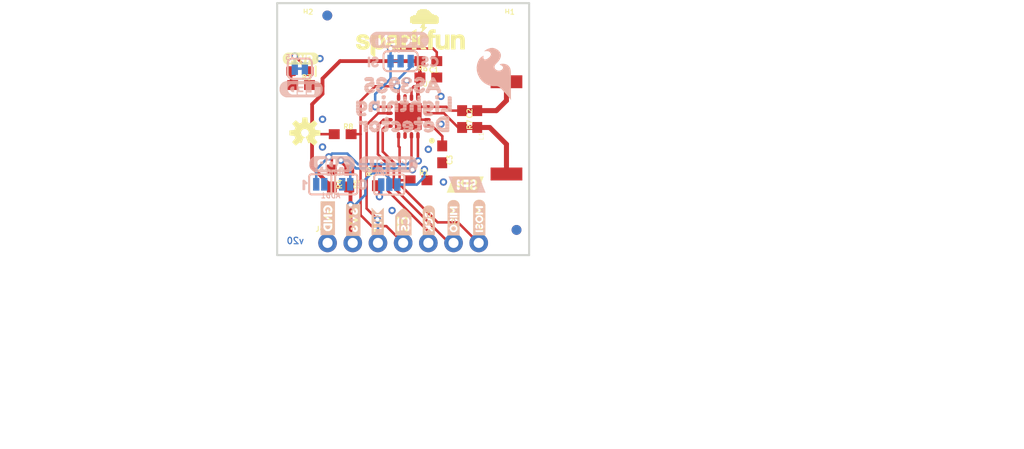
<source format=kicad_pcb>
(kicad_pcb (version 20211014) (generator pcbnew)
  (layers (0 "F.Cu" signal) (31 "B.Cu" signal) (34 "B.Paste" user) (35 "F.Paste" user) (36 "B.SilkS" user "B.Silkscreen") (37 "F.SilkS" user "F.Silkscreen") (38 "B.Mask" user) (39 "F.Mask" user) (44 "Edge.Cuts" user))
  (net 0 "")
  (net 1 "GND")
  (net 2 "3.3V")
  (net 3 "MOSI/SDA")
  (net 4 "ADD0")
  (net 5 "ADD1")
  (net 6 "SEL_INTER")
  (net 7 "MISO")
  (net 8 "SCLK/SCL")
  (net 9 "~{CS}")
  (net 10 "N$2")
  (net 11 "INP")
  (net 12 "INT")
  (net 13 "N$3")
  (net 14 "N$4")
  (net 15 "N$1")
  (net 16 "N$5")
  (footprint "boardEagle:#CS0" (layer "F.Cu") (at 148.5265 112.7506 -90)
    (fp_text reference "U$30" hide)
    (fp_text value "" hide)
  )
  (footprint "boardEagle:0603" (layer "F.Cu") (at 151.0411 98.1456 180)
    (fp_text reference "R6" (at 0 -0.762) (layer "F.SilkS") (effects (font (size 0.512064 0.512064) (thickness 0.097536)) (justify right)))
    (fp_text value "10k")
    (pad "1" smd rect (at -0.85 0 180) (size 1.1 1) (layers "F.Cu" "F.Paste" "F.Mask") (net 6 "SEL_INTER"))
    (pad "2" smd rect (at 0.85 0 180) (size 1.1 1) (layers "F.Cu" "F.Paste" "F.Mask") (net 2 "3.3V"))
  )
  (footprint "boardEagle:OSHW-LOGO-S" (layer "F.Cu") (at 138.5951 105.3846)
    (fp_text reference "LOGO1" hide)
    (fp_text value "OSHW-LOGOS" hide)
  )
  (footprint "boardEagle:0603" (layer "F.Cu") (at 152.4381 107.5436 -90)
    (fp_text reference "C3" (at 0 -0.762 90) (layer "F.SilkS") (effects (font (size 0.512064 0.512064) (thickness 0.097536)) (justify right)))
    (fp_text value "10uF")
    (pad "1" smd rect (at -0.85 0 270) (size 1.1 1) (layers "F.Cu" "F.Paste" "F.Mask") (net 10 "N$2"))
    (pad "2" smd rect (at 0.85 0 270) (size 1.1 1) (layers "F.Cu" "F.Paste" "F.Mask") (net 1 "GND"))
  )
  (footprint "boardEagle:0603" (layer "F.Cu") (at 141.3129 109.982 -90)
    (fp_text reference "R4" (at 0 -0.762 90) (layer "F.SilkS") (effects (font (size 0.512064 0.512064) (thickness 0.097536)) (justify right)))
    (fp_text value "10k")
    (pad "1" smd rect (at -0.85 0 270) (size 1.1 1) (layers "F.Cu" "F.Paste" "F.Mask") (net 5 "ADD1"))
    (pad "2" smd rect (at 0.85 0 270) (size 1.1 1) (layers "F.Cu" "F.Paste" "F.Mask") (net 2 "3.3V"))
  )
  (footprint "boardEagle:MISO-(]-03" (layer "F.Cu") (at 153.5811 112.0648 -90)
    (fp_text reference "U$12" hide)
    (fp_text value "" hide)
  )
  (footprint "boardEagle:CREATIVE_COMMONS" (layer "F.Cu") (at 128.1811 136.7536)
    (fp_text reference "FRAME1" hide)
    (fp_text value "FRAME-LETTER" hide)
  )
  (footprint "boardEagle:0603" (layer "F.Cu") (at 143.0655 109.982 -90)
    (fp_text reference "R5" (at 0 -0.762 90) (layer "F.SilkS") (effects (font (size 0.512064 0.512064) (thickness 0.097536)) (justify right)))
    (fp_text value "10k")
    (pad "1" smd rect (at -0.85 0 270) (size 1.1 1) (layers "F.Cu" "F.Paste" "F.Mask") (net 4 "ADD0"))
    (pad "2" smd rect (at 0.85 0 270) (size 1.1 1) (layers "F.Cu" "F.Paste" "F.Mask") (net 2 "3.3V"))
  )
  (footprint "boardEagle:STAND-OFF-TIGHT" (layer "F.Cu") (at 138.3411 94.8436)
    (fp_text reference "H2" (at 0 -1.651) (layer "F.SilkS") (effects (font (size 0.512064 0.512064) (thickness 0.097536)) (justify left)))
    (fp_text value "STAND-OFFTIGHT")
    (pad "" np_thru_hole circle (at 0 0) (size 3.048 3.048) (drill 3.048) (layers *.Cu *.Mask))
  )
  (footprint "boardEagle:SFE_LOGO_NAME_.1" (layer "F.Cu") (at 149.2631 96.3676)
    (fp_text reference "LOGO2" hide)
    (fp_text value "SFE_LOGO_NAME.1_INCH" hide)
  )
  (footprint "boardEagle:1X07_NO_SILK" (layer "F.Cu") (at 140.8811 116.474241)
    (fp_text reference "J4" (at -1.27 -1.397) (layer "F.SilkS") (effects (font (size 0.512064 0.512064) (thickness 0.097536)) (justify left)))
    (fp_text value "")
    (pad "1" thru_hole circle (at 0 0 90) (size 1.8796 1.8796) (drill 1.016) (layers *.Cu *.Mask) (net 1 "GND"))
    (pad "2" thru_hole circle (at 2.54 0 90) (size 1.8796 1.8796) (drill 1.016) (layers *.Cu *.Mask) (net 2 "3.3V"))
    (pad "3" thru_hole circle (at 5.08 0 90) (size 1.8796 1.8796) (drill 1.016) (layers *.Cu *.Mask) (net 12 "INT"))
    (pad "4" thru_hole circle (at 7.62 0 90) (size 1.8796 1.8796) (drill 1.016) (layers *.Cu *.Mask) (net 9 "~{CS}"))
    (pad "5" thru_hole circle (at 10.16 0 90) (size 1.8796 1.8796) (drill 1.016) (layers *.Cu *.Mask) (net 8 "SCLK/SCL"))
    (pad "6" thru_hole circle (at 12.7 0 90) (size 1.8796 1.8796) (drill 1.016) (layers *.Cu *.Mask) (net 7 "MISO"))
    (pad "7" thru_hole circle (at 15.24 0 90) (size 1.8796 1.8796) (drill 1.016) (layers *.Cu *.Mask) (net 3 "MOSI/SDA"))
  )
  (footprint "boardEagle:FIDUCIAL-1X2" (layer "F.Cu") (at 140.8557 93.5482)
    (fp_text reference "FD4" hide)
    (fp_text value "FIDUCIAL1X2" hide)
    (pad "1" smd roundrect (at 0 0) (size 1 1) (layers "F.Cu" "F.Mask") (roundrect_rratio 0.5))
  )
  (footprint "boardEagle:MA5532-AE" (layer "F.Cu") (at 158.9151 104.8766 90)
    (fp_text reference "L1" (at -1.27 -2.54 90) (layer "F.SilkS") (effects (font (size 0.470611 0.470611) (thickness 0.037389)) (justify left)))
    (fp_text value "100uH")
    (pad "1" smd rect (at -4.65 0 270) (size 1.3 3.2004) (layers "F.Cu" "F.Paste" "F.Mask") (net 11 "INP"))
    (pad "2" smd rect (at 4.65 0 270) (size 1.3 3.2004) (layers "F.Cu" "F.Paste" "F.Mask") (net 1 "GND"))
  )
  (footprint "boardEagle:INT0" (layer "F.Cu") (at 145.9357 112.8522 -90)
    (fp_text reference "U$13" hide)
    (fp_text value "" hide)
  )
  (footprint "boardEagle:0603" (layer "F.Cu") (at 142.4051 105.5116)
    (fp_text reference "R8" (at 0 -0.762) (layer "F.SilkS") (effects (font (size 0.512064 0.512064) (thickness 0.097536)) (justify left)))
    (fp_text value "10k")
    (pad "1" smd rect (at -0.85 0) (size 1.1 1) (layers "F.Cu" "F.Paste" "F.Mask") (net 2 "3.3V"))
    (pad "2" smd rect (at 0.85 0) (size 1.1 1) (layers "F.Cu" "F.Paste" "F.Mask") (net 9 "~{CS}"))
  )
  (footprint "boardEagle:GND-03" (layer "F.Cu") (at 140.9065 111.8616 -90)
    (fp_text reference "U$10" hide)
    (fp_text value "" hide)
  )
  (footprint "boardEagle:SCK-(]-03" (layer "F.Cu") (at 151.0919 112.649 -90)
    (fp_text reference "U$23" hide)
    (fp_text value "" hide)
  )
  (footprint "boardEagle:##0" (layer "F.Cu") (at 146.5961 93.9546)
    (fp_text reference "U$40" hide)
    (fp_text value "" hide)
  )
  (footprint "boardEagle:3V3-03" (layer "F.Cu") (at 143.4719 112.1156 -90)
    (fp_text reference "U$18" hide)
    (fp_text value "" hide)
  )
  (footprint "boardEagle:0603" (layer "F.Cu") (at 154.4447 103.9876 -90)
    (fp_text reference "R7" (at 0 -0.762 90) (layer "F.SilkS") (effects (font (size 0.512064 0.512064) (thickness 0.097536)) (justify right)))
    (fp_text value "10k")
    (pad "1" smd rect (at -0.85 0 270) (size 1.1 1) (layers "F.Cu" "F.Paste" "F.Mask") (net 1 "GND"))
    (pad "2" smd rect (at 0.85 0 270) (size 1.1 1) (layers "F.Cu" "F.Paste" "F.Mask") (net 11 "INP"))
  )
  (footprint "boardEagle:STAND-OFF-TIGHT" (layer "F.Cu") (at 158.6611 94.8436)
    (fp_text reference "H1" (at 0 -1.651) (layer "F.SilkS") (effects (font (size 0.512064 0.512064) (thickness 0.097536)) (justify left)))
    (fp_text value "STAND-OFFTIGHT")
    (pad "" np_thru_hole circle (at 0 0) (size 3.048 3.048) (drill 3.048) (layers *.Cu *.Mask))
  )
  (footprint "boardEagle:SPI1" (layer "F.Cu") (at 152.8191 110.5916)
    (fp_text reference "U$3" hide)
    (fp_text value "" hide)
  )
  (footprint "boardEagle:0603" (layer "F.Cu") (at 145.8595 109.855 90)
    (fp_text reference "R2" (at 0 -0.762 90) (layer "F.SilkS") (effects (font (size 0.512064 0.512064) (thickness 0.097536)) (justify left)))
    (fp_text value "10k")
    (pad "1" smd rect (at -0.85 0 90) (size 1.1 1) (layers "F.Cu" "F.Paste" "F.Mask") (net 14 "N$4"))
    (pad "2" smd rect (at 0.85 0 90) (size 1.1 1) (layers "F.Cu" "F.Paste" "F.Mask") (net 8 "SCLK/SCL"))
  )
  (footprint "boardEagle:LED-0603" (layer "F.Cu") (at 138.0871 99.1616)
    (fp_text reference "D1" hide)
    (fp_text value "RED")
    (pad "A" smd roundrect (at -0.877 0 270) (size 1 1) (layers "F.Cu" "F.Paste" "F.Mask") (roundrect_rratio 0.15) (net 15 "N$1"))
    (pad "C" smd roundrect (at 0.877 0 270) (size 1 1) (layers "F.Cu" "F.Paste" "F.Mask") (roundrect_rratio 0.15) (net 16 "N$5"))
  )
  (footprint "boardEagle:MOSI-(]-03" (layer "F.Cu") (at 156.1719 112.0394 -90)
    (fp_text reference "U$22" hide)
    (fp_text value "" hide)
  )
  (footprint "boardEagle:PWR-()-03" (layer "F.Cu") (at 136.3091 97.8916)
    (fp_text reference "U$32" hide)
    (fp_text value "" hide)
  )
  (footprint "boardEagle:FIDUCIAL-1X2" (layer "F.Cu") (at 159.9311 115.1636)
    (fp_text reference "FD3" hide)
    (fp_text value "FIDUCIAL1X2" hide)
    (pad "1" smd roundrect (at 0 0) (size 1 1) (layers "F.Cu" "F.Mask") (roundrect_rratio 0.5))
  )
  (footprint "boardEagle:0603" (layer "F.Cu") (at 151.0411 99.7966)
    (fp_text reference "C1" (at 0 -0.762) (layer "F.SilkS") (effects (font (size 0.512064 0.512064) (thickness 0.097536)) (justify left)))
    (fp_text value "1.0uF")
    (pad "1" smd rect (at -0.85 0) (size 1.1 1) (layers "F.Cu" "F.Paste" "F.Mask") (net 2 "3.3V"))
    (pad "2" smd rect (at 0.85 0) (size 1.1 1) (layers "F.Cu" "F.Paste" "F.Mask") (net 1 "GND"))
  )
  (footprint "boardEagle:0603" (layer "F.Cu") (at 150.0505 110.1598)
    (fp_text reference "R1" (at 0 -0.762) (layer "F.SilkS") (effects (font (size 0.512064 0.512064) (thickness 0.097536)) (justify left)))
    (fp_text value "10k")
    (pad "1" smd rect (at -0.85 0) (size 1.1 1) (layers "F.Cu" "F.Paste" "F.Mask") (net 3 "MOSI/SDA"))
    (pad "2" smd rect (at 0.85 0) (size 1.1 1) (layers "F.Cu" "F.Paste" "F.Mask") (net 13 "N$3"))
  )
  (footprint "boardEagle:16LD_MLPQ" (layer "F.Cu") (at 149.0091 103.7336 180)
    (fp_text reference "U1" (at -2.54 3.302) (layer "F.SilkS") (effects (font (size 0.531876 0.531876) (thickness 0.077724)) (justify right)))
    (fp_text value "AS3935")
    (pad "1" smd roundrect (at -1.9186 -0.9684 90) (size 0.35 0.7) (layers "F.Cu") (roundrect_rratio 0.5) (net 10 "N$2"))
    (pad "2" smd roundrect (at -1.9186 -0.3184 90) (size 0.35 0.7) (layers "F.Cu") (roundrect_rratio 0.5) (net 1 "GND"))
    (pad "3" smd roundrect (at -1.9186 0.3316 90) (size 0.35 0.7) (layers "F.Cu") (roundrect_rratio 0.5) (net 11 "INP"))
    (pad "4" smd roundrect (at -1.9186 0.9816 90) (size 0.35 0.7) (layers "F.Cu") (roundrect_rratio 0.5) (net 1 "GND"))
    (pad "5" smd roundrect (at -0.9816 1.9166 180) (size 0.35 0.7) (layers "F.Cu") (roundrect_rratio 0.5) (net 2 "3.3V"))
    (pad "6" smd roundrect (at -0.3316 1.9166 180) (size 0.35 0.7) (layers "F.Cu") (roundrect_rratio 0.5) (net 2 "3.3V"))
    (pad "7" smd roundrect (at 0.3184 1.9166 180) (size 0.35 0.7) (layers "F.Cu") (roundrect_rratio 0.5) (net 1 "GND"))
    (pad "8" smd roundrect (at 0.9684 1.9166 180) (size 0.35 0.7) (layers "F.Cu") (roundrect_rratio 0.5) (net 9 "~{CS}"))
    (pad "9" smd roundrect (at 1.9084 0.9816 270) (size 0.35 0.7) (layers "F.Cu") (roundrect_rratio 0.5) (net 6 "SEL_INTER"))
    (pad "10" smd roundrect (at 1.9084 0.3316 270) (size 0.35 0.7) (layers "F.Cu") (roundrect_rratio 0.5) (net 12 "INT"))
    (pad "11" smd roundrect (at 1.9084 -0.3184 270) (size 0.35 0.7) (layers "F.Cu") (roundrect_rratio 0.5) (net 8 "SCLK/SCL"))
    (pad "12" smd roundrect (at 1.9084 -0.9684 270) (size 0.35 0.7) (layers "F.Cu") (roundrect_rratio 0.5) (net 7 "MISO"))
    (pad "13" smd roundrect (at 0.9684 -1.9074) (size 0.35 0.7) (layers "F.Cu") (roundrect_rratio 0.5) (net 3 "MOSI/SDA"))
    (pad "14" smd roundrect (at 0.3184 -1.9074) (size 0.35 0.7) (layers "F.Cu") (roundrect_rratio 0.5))
    (pad "15" smd roundrect (at -0.3316 -1.9074) (size 0.35 0.7) (layers "F.Cu") (roundrect_rratio 0.5) (net 4 "ADD0"))
    (pad "16" smd roundrect (at -0.9816 -1.9074) (size 0.35 0.7) (layers "F.Cu") (roundrect_rratio 0.5) (net 5 "ADD1"))
    (pad "17" smd rect (at -0.0066 0.0066 180) (size 2.7 2.7) (layers "F.Cu" "F.Mask") (net 1 "GND"))
  )
  (footprint "boardEagle:0603" (layer "F.Cu") (at 138.2141 100.5586)
    (fp_text reference "R3" (at 0 -0.762) (layer "F.SilkS") (effects (font (size 0.512064 0.512064) (thickness 0.097536)) (justify left)))
    (fp_text value "1k")
    (pad "1" smd rect (at -0.85 0) (size 1.1 1) (layers "F.Cu" "F.Paste" "F.Mask") (net 15 "N$1"))
    (pad "2" smd rect (at 0.85 0) (size 1.1 1) (layers "F.Cu" "F.Paste" "F.Mask") (net 2 "3.3V"))
  )
  (footprint "boardEagle:0603" (layer "F.Cu") (at 155.9687 103.9876 90)
    (fp_text reference "C2" (at 0 -0.762 90) (layer "F.SilkS") (effects (font (size 0.512064 0.512064) (thickness 0.097536)) (justify left)))
    (fp_text value "1nF")
    (pad "1" smd rect (at -0.85 0 90) (size 1.1 1) (layers "F.Cu" "F.Paste" "F.Mask") (net 11 "INP"))
    (pad "2" smd rect (at 0.85 0 90) (size 1.1 1) (layers "F.Cu" "F.Paste" "F.Mask") (net 1 "GND"))
  )
  (footprint "boardEagle:10" (layer "B.Cu") (at 139.7889 110.617 180)
    (fp_text reference "U$36" hide)
    (fp_text value "" hide)
  )
  (footprint "boardEagle:LED0" (layer "B.Cu") (at 140.51534 100.97516 180)
    (fp_text reference "U$1" hide)
    (fp_text value "" hide)
  )
  (footprint "boardEagle:DETECTOR0" (layer "B.Cu") (at 154.5971 104.4956 180)
    (fp_text reference "U$39" hide)
    (fp_text value "" hide)
  )
  (footprint "boardEagle:SPI1" (layer "B.Cu") (at 156.8831 110.5916 180)
    (fp_text reference "U$15" hide)
    (fp_text value "" hide)
  )
  (footprint "boardEagle:I#C_EN0" (layer "B.Cu") (at 151.1681 96.012 180)
    (fp_text reference "U$17" hide)
    (fp_text value "" hide)
  )
  (footprint "boardEagle:I#C_PU0" (layer "B.Cu") (at 150.0505 108.5596 180)
    (fp_text reference "U$34" hide)
    (fp_text value "" hide)
  )
  (footprint "boardEagle:MOSI-(]-03" (layer "B.Cu") (at 156.1719 112.0394 -90)
    (fp_text reference "U$11" hide)
    (fp_text value "" hide)
  )
  (footprint "boardEagle:SI1" (layer "B.Cu") (at 146.9771 98.2218 180)
    (fp_text reference "U$19" hide)
    (fp_text value "" hide)
  )
  (footprint "boardEagle:INT0" (layer "B.Cu") (at 145.9357 112.8522 -90)
    (fp_text reference "U$14" hide)
    (fp_text value "" hide)
  )
  (footprint "boardEagle:AS39350" (layer "B.Cu") (at 153.7081 100.5586 180)
    (fp_text reference "U$6" hide)
    (fp_text value "" hide)
  )
  (footprint "boardEagle:3V3-03" (layer "B.Cu") (at 143.4719 112.1156 -90)
    (fp_text reference "U$4" hide)
    (fp_text value "" hide)
  )
  (footprint "boardEagle:CS0" (layer "B.Cu") (at 153.0223 98.1964 180)
    (fp_text reference "U$16" hide)
    (fp_text value "" hide)
  )
  (footprint "boardEagle:SMT-JUMPER_3_NO_SILK" (layer "B.Cu") (at 147.1041 110.5916 180)
    (fp_text reference "JP4" (at 0 1.143) (layer "B.SilkS") (effects (font (size 0.512064 0.512064) (thickness 0.097536)) (justify left mirror)))
    (fp_text value "JUMPER-SMT_3_NO_SILK")
    (pad "1" smd rect (at -0.8128 0 180) (size 0.635 1.27) (layers "B.Cu" "B.Mask") (net 13 "N$3"))
    (pad "2" smd rect (at 0 0 180) (size 0.635 1.27) (layers "B.Cu" "B.Mask") (net 2 "3.3V"))
    (pad "3" smd rect (at 0.8128 0 180) (size 0.635 1.27) (layers "B.Cu" "B.Mask") (net 14 "N$4"))
  )
  (footprint "boardEagle:ADR-()-04" (layer "B.Cu") (at 143.7513 108.5342 180)
    (fp_text reference "U$33" hide)
    (fp_text value "" hide)
  )
  (footprint "boardEagle:SMT-JUMPER_3_1-NC_TRACE_SILK" (layer "B.Cu") (at 148.2471 98.1456 180)
    (fp_text reference "JP1" (at 0 1.143) (layer "B.SilkS") (effects (font (size 0.512064 0.512064) (thickness 0.097536)) (justify left mirror)))
    (fp_text value "I2C_EN")
    (fp_poly (pts (xy 0.3048 -0.127) (xy 0.7112 -0.127) (xy 0.7112 0.127) (xy 0.3048 0.127)) (layer "B.Cu") (width 0) (fill solid))
    (pad "1" smd rect (at -1.016 0 180) (size 0.635 1.27) (layers "B.Cu" "B.Mask") (net 9 "~{CS}"))
    (pad "2" smd rect (at 0 0 180) (size 0.635 1.27) (layers "B.Cu" "B.Mask") (net 1 "GND"))
    (pad "3" smd rect (at 1.016 0 180) (size 0.635 1.27) (layers "B.Cu" "B.Mask") (net 6 "SEL_INTER"))
  )
  (footprint "boardEagle:SMT-JUMPER_2_NO_SILK" (layer "B.Cu") (at 140.1445 110.5662)
    (fp_text reference "ADD1" (at 0 1.143) (layer "B.SilkS") (effects (font (size 0.512064 0.512064) (thickness 0.097536)) (justify right mirror)))
    (fp_text value "JUMPER-SMT_2_NO_SILK")
    (pad "1" smd rect (at -0.4064 0) (size 0.635 1.27) (layers "B.Cu" "B.Mask") (net 5 "ADD1"))
    (pad "2" smd rect (at 0.4064 0) (size 0.635 1.27) (layers "B.Cu" "B.Mask") (net 1 "GND"))
  )
  (footprint "boardEagle:00" (layer "B.Cu") (at 145.7833 110.5662 180)
    (fp_text reference "U$37" hide)
    (fp_text value "" hide)
  )
  (footprint "boardEagle:MISO-(]-03" (layer "B.Cu") (at 153.5811 112.0648 -90)
    (fp_text reference "U$9" hide)
    (fp_text value "" hide)
  )
  (footprint "boardEagle:#CS0" (layer "B.Cu") (at 148.5265 112.7506 -90)
    (fp_text reference "U$5" hide)
    (fp_text value "" hide)
  )
  (footprint "boardEagle:LIGHTNING0" (layer "B.Cu") (at 154.8511 102.4636 180)
    (fp_text reference "U$7" hide)
    (fp_text value "" hide)
  )
  (footprint "boardEagle:GND-03" (layer "B.Cu") (at 140.9065 111.8616 -90)
    (fp_text reference "U$2" hide)
    (fp_text value "" hide)
  )
  (footprint "boardEagle:SMT-JUMPER_2_NO_SILK" (layer "B.Cu") (at 142.7607 110.5662 180)
    (fp_text reference "ADD0" (at 0 1.143) (layer "B.SilkS") (effects (font (size 0.512064 0.512064) (thickness 0.097536)) (justify left mirror)))
    (fp_text value "JUMPER-SMT_2_NO_SILK")
    (pad "1" smd rect (at -0.4064 0 180) (size 0.635 1.27) (layers "B.Cu" "B.Mask") (net 4 "ADD0"))
    (pad "2" smd rect (at 0.4064 0 180) (size 0.635 1.27) (layers "B.Cu" "B.Mask") (net 1 "GND"))
  )
  (footprint "boardEagle:SCK-(]-03" (layer "B.Cu") (at 151.0919 112.649 -90)
    (fp_text reference "U$8" hide)
    (fp_text value "" hide)
  )
  (footprint "boardEagle:FIDUCIAL-1X2" (layer "B.Cu") (at 159.9311 115.1636 180)
    (fp_text reference "FD2" hide)
    (fp_text value "FIDUCIAL1X2" hide)
    (pad "1" smd roundrect (at 0 0 180) (size 1 1) (layers "B.Cu" "B.Mask") (roundrect_rratio 0.5))
  )
  (footprint "boardEagle:SMT-JUMPER_2_NC_TRACE_SILK" (layer "B.Cu") (at 138.0871 98.9076 180)
    (fp_text reference "JP5" (at 0 1.143) (layer "B.SilkS") (effects (font (size 0.512064 0.512064) (thickness 0.097536)) (justify left mirror)))
    (fp_text value "LED")
    (fp_poly (pts (xy -0.2032 -0.127) (xy 0.2032 -0.127) (xy 0.2032 0.127) (xy -0.2032 0.127)) (layer "B.Cu") (width 0) (fill solid))
    (pad "1" smd rect (at -0.508 0 180) (size 0.635 1.27) (layers "B.Cu" "B.Mask") (net 1 "GND"))
    (pad "2" smd rect (at 0.508 0 180) (size 0.635 1.27) (layers "B.Cu" "B.Mask") (net 16 "N$5"))
  )
  (footprint "boardEagle:SFE_LOGO_FLAME_.2" (layer "B.Cu") (at 157.6451 99.4156 180)
    (fp_text reference "LOGO3" hide)
    (fp_text value "SFE_LOGO_FLAME.2_INCH" hide)
  )
  (footprint "boardEagle:FIDUCIAL-1X2" (layer "B.Cu") (at 140.853159 93.5482 180)
    (fp_text reference "FD1" hide)
    (fp_text value "FIDUCIAL1X2" hide)
    (pad "1" smd roundrect (at 0 0 180) (size 1 1) (layers "B.Cu" "B.Mask") (roundrect_rratio 0.5))
  )
  (gr_line (start 161.2011 92.3036) (end 135.8011 92.3036) (layer "Edge.Cuts") (width 0.2032))
  (gr_line (start 135.8011 92.3036) (end 135.8011 117.7036) (layer "Edge.Cuts") (width 0.2032))
  (gr_line (start 135.8011 117.7036) (end 161.2011 117.7036) (layer "Edge.Cuts") (width 0.2032))
  (gr_line (start 161.2011 117.7036) (end 161.2011 92.3036) (layer "Edge.Cuts") (width 0.2032))
  (gr_text "v20" (at 138.5697 116.6368) (layer "B.Cu") (effects (font (size 0.6477 0.6477) (thickness 0.1143)) (justify left bottom mirror)))
  (segment (start 155.9687 103.1376) (end 157.8991 103.1376) (width 0.508) (layer "F.Cu") (net 1))
  (segment (start 150.9277 102.752) (end 150.0251 102.752) (width 0.254) (layer "F.Cu") (net 1))
  (segment (start 148.6907 103.402) (end 149.0157 103.727) (width 0.254) (layer "F.Cu") (net 1))
  (segment (start 150.9277 102.752) (end 152.8535 102.752) (width 0.254) (layer "F.Cu") (net 1))
  (segment (start 157.8991 103.1376) (end 158.9151 102.1216) (width 0.508) (layer "F.Cu") (net 1))
  (segment (start 155.9687 103.1376) (end 154.4447 103.1376) (width 0.508) (layer "F.Cu") (net 1))
  (segment (start 148.6907 101.817) (end 148.6907 103.402) (width 0.254) (layer "F.Cu") (net 1))
  (segment (start 158.9151 102.1216) (end 158.9151 100.2266) (width 0.508) (layer "F.Cu") (net 1))
  (segment (start 153.2391 103.1376) (end 154.4447 103.1376) (width 0.254) (layer "F.Cu") (net 1))
  (segment (start 150.9277 104.052) (end 150.0251 104.052) (width 0.254) (layer "F.Cu") (net 1))
  (segment (start 152.8535 102.752) (end 153.2391 103.1376) (width 0.254) (layer "F.Cu") (net 1))
  (via (at 152.3111 101.7016) (size 0.7366) (drill 0.381) (layers "F.Cu" "B.Cu") (net 1))
  (via (at 140.1191 97.8916) (size 0.7366) (drill 0.381) (layers "F.Cu" "B.Cu") (net 1))
  (via (at 147.3835 113.2078) (size 0.7366) (drill 0.381) (layers "F.Cu" "B.Cu") (net 1))
  (via (at 140.3731 106.807) (size 0.7366) (drill 0.381) (layers "F.Cu" "B.Cu") (net 1))
  (via (at 140.3731 104.013) (size 0.7366) (drill 0.381) (layers "F.Cu" "B.Cu") (net 1))
  (via (at 151.0411 107.0356) (size 0.7366) (drill 0.381) (layers "F.Cu" "B.Cu") (net 1))
  (via (at 148.8567 100.1268) (size 0.7366) (drill 0.381) (layers "F.Cu" "B.Cu") (net 1))
  (via (at 152.5651 110.3376) (size 0.7366) (drill 0.381) (layers "F.Cu" "B.Cu") (net 1))
  (via (at 152.3111 104.4956) (size 0.7366) (drill 0.381) (layers "F.Cu" "B.Cu") (net 1))
  (segment (start 140.2461 100.5586) (end 140.3731 100.6856) (width 0.381) (layer "F.Cu") (net 2))
  (segment (start 142.1375 98.1456) (end 140.3731 99.91) (width 0.381) (layer "F.Cu") (net 2))
  (segment (start 143.4211 116.474241) (end 143.1925 116.245641) (width 0.381) (layer "F.Cu") (net 2))
  (segment (start 140.3731 100.6856) (end 140.3731 101.4476) (width 0.381) (layer "F.Cu") (net 2))
  (segment (start 143.1925 116.245641) (end 143.1925 112.6236) (width 0.381) (layer "F.Cu") (net 2))
  (segment (start 140.3731 101.4476) (end 139.3261 102.4946) (width 0.381) (layer "F.Cu") (net 2))
  (segment (start 149.3407 100.9396) (end 149.5947 100.6856) (width 0.254) (layer "F.Cu") (net 2))
  (segment (start 150.1911 98.1456) (end 142.1375 98.1456) (width 0.381) (layer "F.Cu") (net 2))
  (segment (start 139.3181 105.5116) (end 139.3181 104.4956) (width 0.381) (layer "F.Cu") (net 2))
  (segment (start 139.3181 108.8372) (end 139.3181 105.5116) (width 0.381) (layer "F.Cu") (net 2))
  (segment (start 149.5947 100.6856) (end 149.9907 100.6856) (width 0.254) (layer "F.Cu") (net 2))
  (segment (start 141.5551 105.5116) (end 139.3181 105.5116) (width 0.254) (layer "F.Cu") (net 2))
  (segment (start 139.0641 100.5586) (end 140.2461 100.5586) (width 0.381) (layer "F.Cu") (net 2))
  (segment (start 149.9907 99.997) (end 150.1911 99.7966) (width 0.381) (layer "F.Cu") (net 2))
  (segment (start 143.0655 110.832) (end 141.3129 110.832) (width 0.381) (layer "F.Cu") (net 2))
  (segment (start 143.1925 110.959) (end 143.0655 110.832) (width 0.381) (layer "F.Cu") (net 2))
  (segment (start 139.3261 104.5036) (end 139.3181 104.4956) (width 0.381) (layer "F.Cu") (net 2))
  (segment (start 149.9907 101.817) (end 149.9907 100.6856) (width 0.381) (layer "F.Cu") (net 2))
  (segment (start 143.1925 110.959) (end 143.1925 112.6236) (width 0.381) (layer "F.Cu") (net 2))
  (segment (start 150.1911 99.7966) (end 150.1911 98.1456) (width 0.381) (layer "F.Cu") (net 2))
  (segment (start 141.3129 110.832) (end 139.3181 108.8372) (width 0.381) (layer "F.Cu") (net 2))
  (segment (start 139.3261 102.4946) (end 139.3261 104.5036) (width 0.381) (layer "F.Cu") (net 2))
  (segment (start 149.3407 101.817) (end 149.3407 100.9396) (width 0.254) (layer "F.Cu") (net 2))
  (segment (start 149.9907 100.6856) (end 149.9907 99.997) (width 0.381) (layer "F.Cu") (net 2))
  (segment (start 140.3731 99.91) (end 140.3731 100.6856) (width 0.381) (layer "F.Cu") (net 2))
  (via (at 143.1925 112.6236) (size 0.7366) (drill 0.381) (layers "F.Cu" "B.Cu") (net 2))
  (segment (start 143.6751 112.6236) (end 144.6911 111.6076) (width 0.254) (layer "B.Cu") (net 2))
  (segment (start 144.6911 110.0836) (end 145.3261 109.4486) (width 0.254) (layer "B.Cu") (net 2))
  (segment (start 144.6911 111.6076) (end 144.6911 110.0836) (width 0.254) (layer "B.Cu") (net 2))
  (segment (start 147.1041 109.9566) (end 146.5961 109.4486) (width 0.254) (layer "B.Cu") (net 2))
  (segment (start 143.1925 112.6236) (end 143.6751 112.6236) (width 0.254) (layer "B.Cu") (net 2))
  (segment (start 146.5961 109.4486) (end 145.3261 109.4486) (width 0.254) (layer "B.Cu") (net 2))
  (segment (start 147.1041 110.5916) (end 147.1041 109.9566) (width 0.254) (layer "B.Cu") (net 2))
  (segment (start 149.2005 110.1598) (end 148.1423 110.1598) (width 0.254) (layer "F.Cu") (net 3))
  (segment (start 151.9777 114.4016) (end 154.023059 114.4016) (width 0.254) (layer "F.Cu") (net 3))
  (segment (start 148.1423 110.5662) (end 151.9777 114.4016) (width 0.254) (layer "F.Cu") (net 3))
  (segment (start 156.0957 116.474241) (end 154.023059 114.4016) (width 0.254) (layer "F.Cu") (net 3))
  (segment (start 148.0407 106.7308) (end 148.1423 106.8324) (width 0.254) (layer "F.Cu") (net 3))
  (segment (start 148.0407 105.641) (end 148.0407 106.7308) (width 0.254) (layer "F.Cu") (net 3))
  (segment (start 148.1423 110.1598) (end 148.1423 110.5662) (width 0.254) (layer "F.Cu") (net 3))
  (segment (start 156.1211 116.474241) (end 156.0957 116.474241) (width 0.254) (layer "F.Cu") (net 3))
  (segment (start 148.1423 106.8324) (end 148.1423 110.1598) (width 0.254) (layer "F.Cu") (net 3))
  (segment (start 149.3407 105.641) (end 149.3407 109.1932) (width 0.254) (layer "F.Cu") (net 4))
  (segment (start 142.2273 108.1532) (end 142.2273 108.2938) (width 0.254) (layer "F.Cu") (net 4))
  (segment (start 143.0655 109.132) (end 142.2273 108.2938) (width 0.254) (layer "F.Cu") (net 4))
  (segment (start 149.3407 109.1932) (end 149.4409 109.093) (width 0.254) (layer "F.Cu") (net 4))
  (via (at 149.4409 109.093) (size 0.7366) (drill 0.381) (layers "F.Cu" "B.Cu") (net 4))
  (via (at 142.2273 108.1532) (size 0.7366) (drill 0.381) (layers "F.Cu" "B.Cu") (net 4))
  (segment (start 149.4409 109.093) (end 149.3139 108.966) (width 0.254) (layer "B.Cu") (net 4))
  (segment (start 143.1671 108.8136) (end 143.383 108.5977) (width 0.254) (layer "B.Cu") (net 4))
  (segment (start 143.1671 110.5662) (end 143.1671 108.8136) (width 0.254) (layer "B.Cu") (net 4))
  (segment (start 143.383 108.5977) (end 143.7513 108.966) (width 0.254) (layer "B.Cu") (net 4))
  (segment (start 142.2273 108.1532) (end 142.9385 108.1532) (width 0.254) (layer "B.Cu") (net 4))
  (segment (start 142.9385 108.1532) (end 143.383 108.5977) (width 0.254) (layer "B.Cu") (net 4))
  (segment (start 143.7513 108.966) (end 149.3139 108.966) (width 0.254) (layer "B.Cu") (net 4))
  (segment (start 149.9907 105.641) (end 149.9907 108.1696) (width 0.254) (layer "F.Cu") (net 5))
  (segment (start 141.3129 108.0516) (end 141.0589 107.7976) (width 0.254) (layer "F.Cu") (net 5))
  (segment (start 141.0589 107.7976) (end 141.0081 107.7976) (width 0.254) (layer "F.Cu") (net 5))
  (segment (start 149.9907 108.1696) (end 150.0251 108.204) (width 0.254) (layer "F.Cu") (net 5))
  (segment (start 141.3129 109.132) (end 141.3129 108.0516) (width 0.254) (layer "F.Cu") (net 5))
  (via (at 141.0081 107.7976) (size 0.7366) (drill 0.381) (layers "F.Cu" "B.Cu") (net 5))
  (via (at 150.0251 108.204) (size 0.7366) (drill 0.381) (layers "F.Cu" "B.Cu") (net 5))
  (segment (start 148.9329 108.5342) (end 143.9418 108.5342) (width 0.254) (layer "B.Cu") (net 5))
  (segment (start 143.9418 108.5342) (end 142.875 107.4674) (width 0.254) (layer "B.Cu") (net 5))
  (segment (start 149.2631 108.204) (end 148.9329 108.5342) (width 0.254) (layer "B.Cu") (net 5))
  (segment (start 150.0251 108.204) (end 149.2631 108.204) (width 0.254) (layer "B.Cu") (net 5))
  (segment (start 139.7381 109.0676) (end 139.7381 110.5662) (width 0.254) (layer "B.Cu") (net 5))
  (segment (start 141.3383 107.4674) (end 141.0081 107.7976) (width 0.254) (layer "B.Cu") (net 5))
  (segment (start 141.0081 107.7976) (end 139.7381 109.0676) (width 0.254) (layer "B.Cu") (net 5))
  (segment (start 142.875 107.4674) (end 141.3383 107.4674) (width 0.254) (layer "B.Cu") (net 5))
  (segment (start 151.8911 98.1456) (end 151.8911 97.2566) (width 0.254) (layer "F.Cu") (net 6))
  (segment (start 151.8911 97.2566) (end 151.5101 96.8756) (width 0.254) (layer "F.Cu") (net 6))
  (segment (start 151.5101 96.8756) (end 147.2311 96.8756) (width 0.254) (layer "F.Cu") (net 6))
  (segment (start 145.6817 102.743) (end 145.6907 102.752) (width 0.254) (layer "F.Cu") (net 6))
  (segment (start 147.1007 102.752) (end 145.6907 102.752) (width 0.254) (layer "F.Cu") (net 6))
  (via (at 145.6817 102.743) (size 0.7366) (drill 0.381) (layers "F.Cu" "B.Cu") (net 6))
  (via (at 147.2311 96.8756) (size 0.7366) (drill 0.381) (layers "F.Cu" "B.Cu") (net 6))
  (segment (start 145.6817 101.473) (end 147.2311 99.9236) (width 0.254) (layer "B.Cu") (net 6))
  (segment (start 147.2311 99.9236) (end 147.2311 98.1456) (width 0.254) (layer "B.Cu") (net 6))
  (segment (start 145.6817 102.743) (end 145.6817 101.473) (width 0.254) (layer "B.Cu") (net 6))
  (segment (start 147.2311 96.8756) (end 147.2311 98.1456) (width 0.254) (layer "B.Cu") (net 6))
  (segment (start 147.5613 108.3818) (end 146.4437 107.2642) (width 0.254) (layer "F.Cu") (net 7))
  (segment (start 146.4437 105.0036) (end 146.4437 107.2642) (width 0.254) (layer "F.Cu") (net 7))
  (segment (start 146.7453 104.702) (end 146.4437 105.0036) (width 0.254) (layer "F.Cu") (net 7))
  (segment (start 153.5811 116.474241) (end 153.13914 116.474241) (width 0.254) (layer "F.Cu") (net 7))
  (segment (start 147.5613 110.8964) (end 147.5613 108.3818) (width 0.254) (layer "F.Cu") (net 7))
  (segment (start 146.7453 104.702) (end 147.1007 104.702) (width 0.254) (layer "F.Cu") (net 7))
  (segment (start 153.13914 116.474241) (end 147.5613 110.8964) (width 0.254) (layer "F.Cu") (net 7))
  (segment (start 145.8595 109.005) (end 145.9239 108.9406) (width 0.254) (layer "F.Cu") (net 8))
  (segment (start 151.0411 116.474241) (end 151.0411 115.316) (width 0.254) (layer "F.Cu") (net 8))
  (segment (start 146.5317 104.052) (end 147.1007 104.052) (width 0.254) (layer "F.Cu") (net 8))
  (segment (start 145.9611 104.6226) (end 146.5317 104.052) (width 0.254) (layer "F.Cu") (net 8))
  (segment (start 146.9771 111.252) (end 146.9771 108.9406) (width 0.254) (layer "F.Cu") (net 8))
  (segment (start 151.0411 115.316) (end 146.9771 111.252) (width 0.254) (layer "F.Cu") (net 8))
  (segment (start 145.9611 107.5436) (end 146.9771 108.5596) (width 0.254) (layer "F.Cu") (net 8))
  (segment (start 146.9771 108.5596) (end 146.9771 108.9406) (width 0.254) (layer "F.Cu") (net 8))
  (segment (start 145.9611 104.6226) (end 145.9611 107.5436) (width 0.254) (layer "F.Cu") (net 8))
  (segment (start 145.9239 108.9406) (end 146.9771 108.9406) (width 0.254) (layer "F.Cu") (net 8))
  (segment (start 144.2085 113.665) (end 144.2085 105.5116) (width 0.254) (layer "F.Cu") (net 9))
  (segment (start 147.8661 100.6856) (end 145.6817 100.6856) (width 0.254) (layer "F.Cu") (net 9))
  (segment (start 146.809459 114.7826) (end 145.3261 114.7826) (width 0.254) (layer "F.Cu") (net 9))
  (segment (start 144.2085 102.1588) (end 145.6817 100.6856) (width 0.254) (layer "F.Cu") (net 9))
  (segment (start 143.2551 105.5116) (end 144.2085 105.5116) (width 0.254) (layer "F.Cu") (net 9))
  (segment (start 148.5011 116.474241) (end 146.809459 114.7826) (width 0.254) (layer "F.Cu") (net 9))
  (segment (start 145.3261 114.7826) (end 144.2085 113.665) (width 0.254) (layer "F.Cu") (net 9))
  (segment (start 144.2085 105.5116) (end 144.2085 102.1588) (width 0.254) (layer "F.Cu") (net 9))
  (segment (start 148.0407 101.817) (end 148.0407 100.8602) (width 0.254) (layer "F.Cu") (net 9))
  (segment (start 148.0407 100.8602) (end 147.8661 100.6856) (width 0.254) (layer "F.Cu") (net 9))
  (via (at 147.8661 100.6856) (size 0.7366) (drill 0.381) (layers "F.Cu" "B.Cu") (net 9))
  (segment (start 149.2631 98.1456) (end 149.2631 98.7298) (width 0.254) (layer "B.Cu") (net 9))
  (segment (start 149.2631 98.7298) (end 147.8661 100.1268) (width 0.254) (layer "B.Cu") (net 9))
  (segment (start 147.8661 100.1268) (end 147.8661 100.6856) (width 0.254) (layer "B.Cu") (net 9))
  (segment (start 152.4517 105.718) (end 151.4357 104.702) (width 0.254) (layer "F.Cu") (net 10))
  (segment (start 152.4381 106.6936) (end 152.4517 106.68) (width 0.254) (layer "F.Cu") (net 10))
  (segment (start 150.9277 104.702) (end 151.4357 104.702) (width 0.254) (layer "F.Cu") (net 10))
  (segment (start 152.4517 105.718) (end 152.4517 106.68) (width 0.254) (layer "F.Cu") (net 10))
  (segment (start 152.6145 103.402) (end 154.0501 104.8376) (width 0.254) (layer "F.Cu") (net 11))
  (segment (start 157.2251 104.8376) (end 158.9151 106.5276) (width 0.508) (layer "F.Cu") (net 11))
  (segment (start 158.9151 106.5276) (end 158.9151 109.5266) (width 0.508) (layer "F.Cu") (net 11))
  (segment (start 155.9687 104.8376) (end 157.2251 104.8376) (width 0.508) (layer "F.Cu") (net 11))
  (segment (start 155.9687 104.8376) (end 154.4447 104.8376) (width 0.508) (layer "F.Cu") (net 11))
  (segment (start 150.9277 103.402) (end 152.6145 103.402) (width 0.254) (layer "F.Cu") (net 11))
  (segment (start 154.0501 104.8376) (end 154.4447 104.8376) (width 0.254) (layer "F.Cu") (net 11))
  (segment (start 145.9103 114.0968) (end 144.8181 113.0046) (width 0.254) (layer "F.Cu") (net 12))
  (segment (start 145.9879 103.402) (end 147.1007 103.402) (width 0.254) (layer "F.Cu") (net 12))
  (segment (start 145.9879 103.402) (end 144.8181 104.5718) (width 0.254) (layer "F.Cu") (net 12))
  (segment (start 144.8181 104.5718) (end 144.8181 113.0046) (width 0.254) (layer "F.Cu") (net 12))
  (via (at 145.9103 114.0968) (size 0.7366) (drill 0.381) (layers "F.Cu" "B.Cu") (net 12))
  (segment (start 145.9611 116.474241) (end 145.9611 114.046) (width 0.254) (layer "B.Cu") (net 12))
  (segment (start 145.9611 114.046) (end 145.9103 114.0968) (width 0.254) (layer "B.Cu") (net 12))
  (segment (start 150.9005 110.1598) (end 150.6465 109.9058) (width 0.254) (layer "F.Cu") (net 13))
  (segment (start 150.6465 109.0676) (end 150.6465 109.9058) (width 0.254) (layer "F.Cu") (net 13))
  (via (at 150.6465 109.0676) (size 0.7366) (drill 0.381) (layers "F.Cu" "B.Cu") (net 13))
  (segment (start 150.6465 109.8296) (end 149.8845 110.5916) (width 0.254) (layer "B.Cu") (net 13))
  (segment (start 149.8845 110.5916) (end 147.9169 110.5916) (width 0.254) (layer "B.Cu") (net 13))
  (segment (start 150.6465 109.0676) (end 150.6465 109.8296) (width 0.254) (layer "B.Cu") (net 13))
  (segment (start 146.1135 110.959) (end 146.1135 111.8108) (width 0.254) (layer "F.Cu") (net 14))
  (segment (start 145.8595 110.705) (end 146.1135 110.959) (width 0.254) (layer "F.Cu") (net 14))
  (via (at 146.1135 111.8108) (size 0.7366) (drill 0.381) (layers "F.Cu" "B.Cu") (net 14))
  (segment (start 146.1135 111.8108) (end 146.2913 111.633) (width 0.254) (layer "B.Cu") (net 14))
  (segment (start 146.2913 111.633) (end 146.2913 110.5916) (width 0.254) (layer "B.Cu") (net 14))
  (segment (start 137.2101 100.4046) (end 137.2101 99.1616) (width 0.254) (layer "F.Cu") (net 15))
  (segment (start 137.3641 100.5586) (end 137.2101 100.4046) (width 0.254) (layer "F.Cu") (net 15))
  (segment (start 138.9641 99.0226) (end 137.5791 97.6376) (width 0.254) (layer "F.Cu") (net 16))
  (segment (start 138.9641 99.1616) (end 138.9641 99.0226) (width 0.254) (layer "F.Cu") (net 16))
  (via (at 137.5791 97.6376) (size 0.7366) (drill 0.381) (layers "F.Cu" "B.Cu") (net 16))
  (segment (start 137.5791 97.6376) (end 137.5791 98.9076) (width 0.254) (layer "B.Cu") (net 16))
)
</source>
